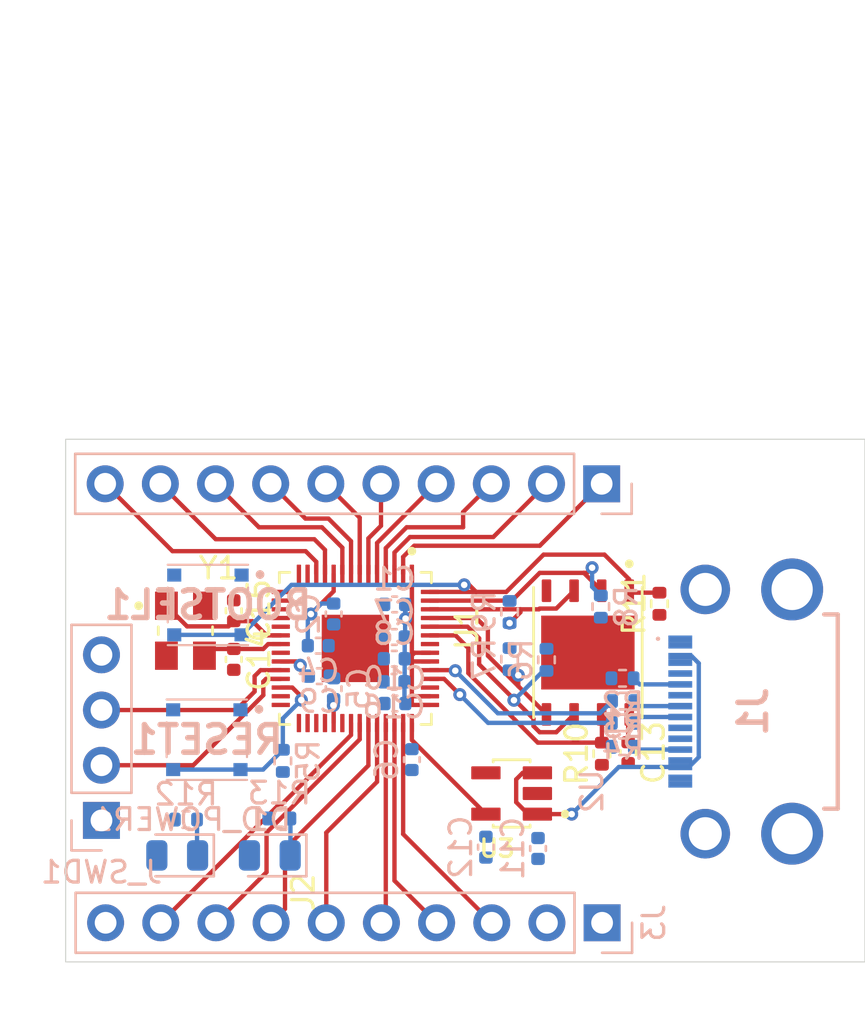
<source format=kicad_pcb>
(kicad_pcb (version 20241229) (generator "pcbnew") (generator_version "9.0")
  (layers (0 "F.Cu" signal) (4 "In1.Cu" signal) (6 "In2.Cu" signal) (2 "B.Cu" signal) (13 "F.Paste" user) (15 "B.Paste" user) (5 "F.SilkS" user "F.Silkscreen") (7 "B.SilkS" user "B.Silkscreen") (1 "F.Mask" user) (3 "B.Mask" user) (25 "Edge.Cuts" user))
  (net 0 "")
  (net 1 "/QSPI_SS_N")
  (net 2 "GND")
  (net 3 "+3.3V")
  (net 4 "/V_REG")
  (net 5 "VBUS")
  (net 6 "Net-(U1-XOUT)")
  (net 7 "Net-(U1-XIN)")
  (net 8 "Net-(D1-K)")
  (net 9 "Net-(D_POWER1-K)")
  (net 11 "Net-(J1-DP1)")
  (net 12 "Net-(J1-CC1)")
  (net 15 "Net-(J1-CC2)")
  (net 16 "Net-(J1-DN1)")
  (net 18 "/GPIO9")
  (net 19 "/GPIO0")
  (net 20 "/GPIO5")
  (net 21 "/GPIO2")
  (net 22 "/GPIO4")
  (net 23 "/GPIO8")
  (net 24 "/GPIO7")
  (net 25 "/GPIO1")
  (net 26 "/GPIO6")
  (net 27 "/GPIO3")
  (net 28 "/ADC1")
  (net 29 "/ADC0")
  (net 30 "/GPIO23")
  (net 31 "/GPIO25")
  (net 32 "/ADC3")
  (net 33 "/GPIO24")
  (net 34 "/ADC2")
  (net 35 "Net-(U1-USB_DP)")
  (net 36 "Net-(U1-USB_DM)")
  (net 37 "Net-(U1-RUN)")
  (net 38 "/QSPI_SCLK")
  (net 39 "/QSPI_SD0")
  (net 40 "/QSPI_SD1")
  (net 41 "/QSPI_SD2")
  (net 42 "/QSPI_SD3")
  (net 43 "/GPIO15")
  (net 57 "/SWDIO")
  (net 58 "/SWCLK")
  (footprint "W25Q16JVZPIQ:SON127P500X600X80-9N" (layer "F.Cu") (at 174.245 58.665 -90)
    (property "Reference" "U2")
    (property "Value" "W25Q16JVZPIQ")
  )
  (footprint "ABM8_12_000MHZ_B2_T:XTAL_ABM8-12.000MHZ-B2-T" (layer "F.Cu") (at 155.715 57.66)
    (property "Reference" "Y1")
    (property "Value" "ABM8-12.000MHZ-B2-T")
  )
  (footprint "Resistor_SMD:R_0402_1005Metric" (layer "F.Cu") (at 174.89 63.32 90)
    (property "Reference" "R10")
    (property "Value" "10k")
  )
  (footprint "Capacitor_SMD:C_0402_1005Metric" (layer "F.Cu") (at 157.94 58.98 -90)
    (property "Reference" "C14")
    (property "Value" "27pF")
  )
  (footprint "Capacitor_SMD:C_0402_1005Metric" (layer "F.Cu") (at 157.94 56.74 -90)
    (property "Reference" "C15")
    (property "Value" "27pF")
  )
  (footprint "Capacitor_SMD:C_0402_1005Metric" (layer "F.Cu") (at 176.1 63.27 -90)
    (property "Reference" "C13")
    (property "Value" "100nF")
  )
  (footprint "SC0914_13_:QFN40P700X700X90-57N" (layer "F.Cu") (at 163.54 58.475 -90)
    (property "Reference" "U1")
    (property "Value" "SC0914_13_")
  )
  (footprint "Resistor_SMD:R_0402_1005Metric" (layer "F.Cu") (at 177.54 56.42 90)
    (property "Reference" "R11")
    (property "Value" "10k")
  )
  (footprint "AP2112K_3_3TRG1:SOT95P285X140-5N" (layer "F.Cu") (at 170.735 65.15 180)
    (property "Reference" "U3")
    (property "Value" "AP2112K-3.3TRG1")
  )
  (footprint "KiCad:SKRWAEE030" (layer "B.Cu") (at 156.7 62.675 180)
    (property "Reference" "RESET1")
    (property "Value" "SKRWAEE030" (hide yes))
  )
  (footprint "Capacitor_SMD:C_0402_1005Metric" (layer "B.Cu") (at 161.83 58.35)
    (property "Reference" "C4")
    (property "Value" "100nF")
  )
  (footprint "Capacitor_SMD:C_0402_1005Metric" (layer "B.Cu") (at 165.33 57.95 180)
    (property "Reference" "C7")
    (property "Value" "100nF")
  )
  (footprint "Capacitor_SMD:C_0402_1005Metric" (layer "B.Cu") (at 161.88 59.75)
    (property "Reference" "C9")
    (property "Value" "1uF")
  )
  (footprint "Capacitor_SMD:C_0402_1005Metric" (layer "B.Cu") (at 162.54 60.33 90)
    (property "Reference" "C5")
    (property "Value" "100nF")
  )
  (footprint "Resistor_SMD:R_0402_1005Metric" (layer "B.Cu") (at 174.84 56.55 90)
    (property "Reference" "R8")
    (property "Value" "10k")
  )
  (footprint "Resistor_SMD:R_0402_1005Metric" (layer "B.Cu") (at 155.74 66.35 180)
    (property "Reference" "R12")
    (property "Value" "68")
  )
  (footprint "Capacitor_SMD:C_0402_1005Metric" (layer "B.Cu") (at 165.35 56.45 180)
    (property "Reference" "C1")
    (property "Value" "100nF")
  )
  (footprint "Resistor_SMD:R_0402_1005Metric" (layer "B.Cu") (at 175.86 61.9)
    (property "Reference" "R4")
    (property "Value" "27")
  )
  (footprint "Resistor_SMD:R_0402_1005Metric" (layer "B.Cu") (at 170.64 58.97 -90)
    (property "Reference" "R7")
    (property "Value" "10k")
  )
  (footprint "Connector_PinHeader_2.54mm:PinHeader_1x10_P2.54mm_Vertical" (layer "B.Cu") (at 174.88 50.9 90)
    (property "Reference" "J2")
    (property "Value" "Conn_01x10")
  )
  (footprint "Capacitor_SMD:C_0402_1005Metric" (layer "B.Cu") (at 166.14 63.59 -90)
    (property "Reference" "C6")
    (property "Value" "100nF")
  )
  (footprint "KiCad:SKRWAEE030" (layer "B.Cu") (at 156.75 56.475 180)
    (property "Reference" "BOOTSEL1")
    (property "Value" "SKRWAEE030" (hide yes))
  )
  (footprint "Resistor_SMD:R_0402_1005Metric" (layer "B.Cu") (at 172.34 59 -90)
    (property "Reference" "R6")
    (property "Value" "10k")
  )
  (footprint "Resistor_SMD:R_0402_1005Metric" (layer "B.Cu") (at 160.04 66.3 180)
    (property "Reference" "R13")
    (property "Value" "68")
  )
  (footprint "Capacitor_SMD:C_0402_1005Metric" (layer "B.Cu") (at 162.54 56.89 -90)
    (property "Reference" "C2")
    (property "Value" "100nF")
  )
  (footprint "Resistor_SMD:R_0402_1005Metric" (layer "B.Cu") (at 175.87 60.9)
    (property "Reference" "R3")
    (property "Value" "27")
  )
  (footprint "Capacitor_SMD:C_0402_1005Metric" (layer "B.Cu") (at 169.55 67.62 -90)
    (property "Reference" "C12")
    (property "Value" "1uF")
  )
  (footprint "Resistor_SMD:R_0402_1005Metric" (layer "B.Cu") (at 170.64 56.8 -90)
    (property "Reference" "R9")
    (property "Value" "10k")
  )
  (footprint "Resistor_SMD:R_0402_1005Metric" (layer "B.Cu") (at 175.85 63 180)
    (property "Reference" "R1")
    (property "Value" "5.1k")
  )
  (footprint "LED_SMD:LED_0805_2012Metric" (layer "B.Cu") (at 155.3375 68 180)
    (property "Reference" "D_POWER1")
    (property "Value" "LED")
  )
  (footprint "Connector_PinHeader_2.54mm:PinHeader_1x04_P2.54mm_Vertical" (layer "B.Cu") (at 151.85 66.39)
    (property "Reference" "J_SWD1")
    (property "Value" "Conn_01x04")
  )
  (footprint "Capacitor_SMD:C_0402_1005Metric" (layer "B.Cu") (at 165.36 61.01 180)
    (property "Reference" "C10")
    (property "Value" "100nF")
  )
  (footprint "Capacitor_SMD:C_0402_1005Metric" (layer "B.Cu") (at 165.32 60.01)
    (property "Reference" "C16")
    (property "Value" "1uF")
  )
  (footprint "Resistor_SMD:R_0402_1005Metric" (layer "B.Cu") (at 160.2 63.65 90)
    (property "Reference" "R5")
    (property "Value" "10k")
  )
  (footprint "Capacitor_SMD:C_0402_1005Metric" (layer "B.Cu") (at 171.95 67.68 -90)
    (property "Reference" "C11")
    (property "Value" "1uF")
  )
  (footprint "Connector_PinHeader_2.54mm:PinHeader_1x10_P2.54mm_Vertical" (layer "B.Cu") (at 174.9 71.1 90)
    (property "Reference" "J3")
    (property "Value" "Conn_01x10")
  )
  (footprint "KiCad_USB:USB4520030A" (layer "B.Cu") (at 182.125 61.38 -90)
    (property "Reference" "J1")
    (property "Value" "USB4520-03-0-A" (hide yes))
  )
  (footprint "Resistor_SMD:R_0402_1005Metric" (layer "B.Cu") (at 175.84 59.85)
    (property "Reference" "R2")
    (property "Value" "5.1k")
  )
  (footprint "Capacitor_SMD:C_0402_1005Metric" (layer "B.Cu") (at 165.33 58.95 180)
    (property "Reference" "C8")
    (property "Value" "100nF")
  )
  (footprint "LED_SMD:LED_0805_2012Metric" (layer "B.Cu") (at 159.6 68 180)
    (property "Reference" "D1")
    (property "Value" "LED")
  )
  (gr_rect (start 150.2 48.85) (end 187 72.9) (stroke (width 0.05)) (fill no) (layer "Edge.Cuts"))
  (segment (start 170.489 55.875) (end 169.1 55.875) (width 0.2) (layer "F.Cu") (net 1))
  (segment (start 176.15 55.82) (end 176.15 55.300001) (width 0.2) (layer "F.Cu") (net 1))
  (segment (start 177.54 55.91) (end 176.24 55.91) (width 0.2) (layer "F.Cu") (net 1))
  (segment (start 172.205 54.159) (end 170.489 55.875) (width 0.2) (layer "F.Cu") (net 1))
  (segment (start 175.008999 54.159) (end 172.205 54.159) (width 0.2) (layer "F.Cu") (net 1))
  (segment (start 176.24 55.91) (end 176.15 55.82) (width 0.2) (layer "F.Cu") (net 1))
  (segment (start 168.55 55.55) (end 168.775 55.55) (width 0.2) (layer "F.Cu") (net 1))
  (segment (start 168.775 55.55) (end 169.1 55.875) (width 0.2) (layer "F.Cu") (net 1))
  (segment (start 176.15 55.300001) (end 175.008999 54.159) (width 0.2) (layer "F.Cu") (net 1))
  (segment (start 169.1 55.875) (end 166.975 55.875) (width 0.2) (layer "F.Cu") (net 1))
  (via (at 168.55 55.55) (size 0.6) (drill 0.3) (layers "F.Cu" "B.Cu") (net 1))
  (segment (start 158.3 57.85) (end 160.6 55.55) (width 0.2) (layer "B.Cu") (net 1))
  (segment (start 155.2 57.85) (end 158.3 57.85) (width 0.2) (layer "B.Cu") (net 1))
  (segment (start 160.6 55.55) (end 168.55 55.55) (width 0.2) (layer "B.Cu") (net 1))
  (segment (start 166.975 60.675) (end 166.165 60.675) (width 0.2) (layer "F.Cu") (net 3))
  (segment (start 166.165 59.075) (end 166.14 59.1) (width 0.2) (layer "F.Cu") (net 3))
  (segment (start 166.14 60.7) (end 166.14 59.1) (width 0.2) (layer "F.Cu") (net 3))
  (segment (start 166.975 59.075) (end 166.165 59.075) (width 0.2) (layer "F.Cu") (net 3))
  (segment (start 166.14 59.1) (end 166.14 58.8) (width 0.2) (layer "F.Cu") (net 3))
  (segment (start 166.14 56.81) (end 165.85 57.1) (width 0.2) (layer "F.Cu") (net 3))
  (segment (start 176.1 61.56) (end 176.15 61.51) (width 0.2) (layer "F.Cu") (net 3))
  (segment (start 166.14 61.05) (end 166.14 60.7) (width 0.2) (layer "F.Cu") (net 3))
  (segment (start 166.14 62.69) (end 169.55 66.1) (width 0.2) (layer "F.Cu") (net 3))
  (segment (start 166.265 58.675) (end 166.14 58.8) (width 0.2) (layer "F.Cu") (net 3))
  (segment (start 166.975 58.675) (end 166.265 58.675) (width 0.2) (layer "F.Cu") (net 3))
  (segment (start 162.54 61.10552) (end 162.527026 61.092546) (width 0.2) (layer "F.Cu") (net 3))
  (segment (start 166.165 60.675) (end 166.14 60.7) (width 0.2) (layer "F.Cu") (net 3))
  (segment (start 166.14 61.91) (end 166.14 62.69) (width 0.2) (layer "F.Cu") (net 3))
  (segment (start 166.14 58.8) (end 166.14 55.04) (width 0.2) (layer "F.Cu") (net 3))
  (segment (start 166.14 55.04) (end 166.14 56.81) (width 0.2) (layer "F.Cu") (net 3))
  (segment (start 162.54 55.04) (end 162.54 55.844037) (width 0.2) (layer "F.Cu") (net 3))
  (segment (start 162.54 61.91) (end 162.54 61.10552) (width 0.2) (layer "F.Cu") (net 3))
  (segment (start 166.975 61.075) (end 166.165 61.075) (width 0.2) (layer "F.Cu") (net 3))
  (segment (start 162.54 55.844037) (end 161.491023 56.893014) (width 0.2) (layer "F.Cu") (net 3))
  (segment (start 166.165 61.075) (end 166.14 61.05) (width 0.2) (layer "F.Cu") (net 3))
  (segment (start 176.1 62.79) (end 176.1 61.56) (width 0.2) (layer "F.Cu") (net 3))
  (via (at 162.527026 61.092546) (size 0.6) (drill 0.3) (layers "F.Cu" "B.Cu") (net 3))
  (via (at 161.491023 56.893014) (size 0.6) (drill 0.3) (layers "F.Cu" "B.Cu") (net 3))
  (via (at 165.85 57.1) (size 0.6) (drill 0.3) (layers "F.Cu" "B.Cu") (net 3))
  (segment (start 165.8 60.97) (end 165.84 61.01) (width 0.2) (layer "B.Cu") (net 3))
  (segment (start 165.8 60.01) (end 165.8 60.97) (width 0.2) (layer "B.Cu") (net 3))
  (segment (start 161.35 58.35) (end 161.35 57.034037) (width 0.2) (layer "B.Cu") (net 3))
  (segment (start 165.85 57.1) (end 165.85 56.47) (width 0.2) (layer "B.Cu") (net 3))
  (segment (start 161.35 57.034037) (end 161.491023 56.893014) (width 0.2) (layer "B.Cu") (net 3))
  (segment (start 165.81 60) (end 165.8 60.01) (width 0.2) (layer "B.Cu") (net 3))
  (segment (start 165.83 57.93) (end 165.81 57.95) (width 0.2) (layer "B.Cu") (net 3))
  (segment (start 162.527026 60.822974) (end 162.54 60.81) (width 0.2) (layer "B.Cu") (net 3))
  (segment (start 165.83 56.45) (end 165.83 57.93) (width 0.2) (layer "B.Cu") (net 3))
  (segment (start 162.527026 61.092546) (end 162.527026 60.822974) (width 0.2) (layer "B.Cu") (net 3))
  (segment (start 165.81 57.95) (end 165.81 58.95) (width 0.2) (layer "B.Cu") (net 3))
  (segment (start 165.85 56.47) (end 165.83 56.45) (width 0.2) (layer "B.Cu") (net 3))
  (segment (start 165.81 58.95) (end 165.81 60) (width 0.2) (layer "B.Cu") (net 3))
  (segment (start 162.54 56.41) (end 161.974037 56.41) (width 0.2) (layer "B.Cu") (net 3))
  (segment (start 161.974037 56.41) (end 161.491023 56.893014) (width 0.2) (layer "B.Cu") (net 3))
  (segment (start 160.829141 59.075) (end 161.003204 59.249063) (width 0.2) (layer "F.Cu") (net 4))
  (segment (start 160.105 59.075) (end 160.829141 59.075) (width 0.2) (layer "F.Cu") (net 4))
  (via (at 161.003204 59.249063) (size 0.6) (drill 0.3) (layers "F.Cu" "B.Cu") (net 4))
  (segment (start 161.003204 59.353204) (end 161.4 59.75) (width 0.2) (layer "B.Cu") (net 4))
  (segment (start 161.003204 59.249063) (end 161.003204 59.353204) (width 0.2) (layer "B.Cu") (net 4))
  (segment (start 170.944 65.549566) (end 170.944 64.501001) (width 0.2) (layer "F.Cu") (net 5))
  (segment (start 171.494434 66.1) (end 170.944 65.549566) (width 0.2) (layer "F.Cu") (net 5))
  (segment (start 171.92 66.1) (end 173.5 66.1) (width 0.2) (layer "F.Cu") (net 5))
  (segment (start 171.92 66.1) (end 171.494434 66.1) (width 0.2) (layer "F.Cu") (net 5))
  (segment (start 171.245001 64.2) (end 171.92 64.2) (width 0.2) (layer "F.Cu") (net 5))
  (segment (start 170.944 64.501001) (end 171.245001 64.2) (width 0.2) (layer "F.Cu") (net 5))
  (via (at 173.5 66.1) (size 0.6) (drill 0.3) (layers "F.Cu" "B.Cu") (net 5))
  (segment (start 175.67 63.93) (end 173.5 66.1) (width 0.2) (layer "B.Cu") (net 5))
  (segment (start 178.9 63.93) (end 179.351 63.479) (width 0.2) (layer "B.Cu") (net 5))
  (segment (start 178.5 63.93) (end 178.9 63.93) (width 0.2) (layer "B.Cu") (net 5))
  (segment (start 178.5 63.93) (end 175.67 63.93) (width 0.2) (layer "B.Cu") (net 5))
  (segment (start 179.022 58.83) (end 178.5 58.83) (width 0.2) (layer "B.Cu") (net 5))
  (segment (start 179.351 59.159) (end 179.022 58.83) (width 0.2) (layer "B.Cu") (net 5))
  (segment (start 179.351 63.479) (end 179.351 59.159) (width 0.2) (layer "B.Cu") (net 5))
  (segment (start 156.9 58.5) (end 156.59 58.81) (width 0.2) (layer "F.Cu") (net 6))
  (segment (start 160.105 58.275) (end 159.525 58.275) (width 0.2) (layer "F.Cu") (net 6))
  (segment (start 159.525 58.275) (end 159.3 58.5) (width 0.2) (layer "F.Cu") (net 6))
  (segment (start 157.94 58.5) (end 156.9 58.5) (width 0.2) (layer "F.Cu") (net 6))
  (segment (start 159.3 58.5) (end 157.94 58.5) (width 0.2) (layer "F.Cu") (net 6))
  (segment (start 157.699 57.461) (end 157.94 57.22) (width 0.2) (layer "F.Cu") (net 7))
  (segment (start 159.455 57.875) (end 158.8 57.22) (width 0.2) (layer "F.Cu") (net 7))
  (segment (start 154.84 56.51) (end 155.791 57.461) (width 0.2) (layer "F.Cu") (net 7))
  (segment (start 158.8 57.22) (end 157.94 57.22) (width 0.2) (layer "F.Cu") (net 7))
  (segment (start 155.791 57.461) (end 157.699 57.461) (width 0.2) (layer "F.Cu") (net 7))
  (segment (start 160.105 57.875) (end 159.455 57.875) (width 0.2) (layer "F.Cu") (net 7))
  (segment (start 160.55 66.3) (end 160.55 67.9875) (width 0.2) (layer "B.Cu") (net 8))
  (segment (start 160.55 67.9875) (end 160.5375 68) (width 0.2) (layer "B.Cu") (net 8))
  (segment (start 156.25 67.975) (end 156.275 68) (width 0.2) (layer "B.Cu") (net 9))
  (segment (start 156.25 66.35) (end 156.25 67.975) (width 0.2) (layer "B.Cu") (net 9))
  (segment (start 176.38 60.9) (end 176.61 61.13) (width 0.2) (layer "B.Cu") (net 11))
  (segment (start 176.61 61.13) (end 178.5 61.13) (width 0.2) (layer "B.Cu") (net 11))
  (segment (start 176.35 59.85) (end 176.63 60.13) (width 0.2) (layer "B.Cu") (net 12))
  (segment (start 176.63 60.13) (end 178.5 60.13) (width 0.2) (layer "B.Cu") (net 12))
  (segment (start 178.5 63.13) (end 176.49 63.13) (width 0.2) (layer "B.Cu") (net 15))
  (segment (start 176.49 63.13) (end 176.36 63) (width 0.2) (layer "B.Cu") (net 15))
  (segment (start 176.64 61.63) (end 178.5 61.63) (width 0.2) (layer "B.Cu") (net 16))
  (segment (start 176.37 61.9) (end 176.64 61.63) (width 0.2) (layer "B.Cu") (net 16))
  (segment (start 155.12 54) (end 152.02 50.9) (width 0.2) (layer "F.Cu") (net 18))
  (segment (start 161.25 54) (end 155.12 54) (width 0.2) (layer "F.Cu") (net 18))
  (segment (start 161.74 54.49) (end 161.25 54) (width 0.2) (layer "F.Cu") (net 18))
  (segment (start 161.74 55.04) (end 161.74 54.49) (width 0.2) (layer "F.Cu") (net 18))
  (segment (start 172.03 53.75) (end 174.88 50.9) (width 0.2) (layer "F.Cu") (net 19))
  (segment (start 165.74 55.04) (end 165.74 54.26) (width 0.2) (layer "F.Cu") (net 19))
  (segment (start 166.25 53.75) (end 172.03 53.75) (width 0.2) (layer "F.Cu") (net 19))
  (segment (start 165.74 54.26) (end 166.25 53.75) (width 0.2) (layer "F.Cu") (net 19))
  (segment (start 163.74 55.04) (end 163.74 52.46) (width 0.2) (layer "F.Cu") (net 20))
  (segment (start 163.74 52.46) (end 162.18 50.9) (width 0.2) (layer "F.Cu") (net 20))
  (segment (start 165.9 52.9) (end 168.5 52.9) (width 0.2) (layer "F.Cu") (net 21))
  (segment (start 164.94 53.86) (end 165.9 52.9) (width 0.2) (layer "F.Cu") (net 21))
  (segment (start 168.5 52.9) (end 168.5 52.2) (width 0.2) (layer "F.Cu") (net 21))
  (segment (start 164.94 55.04) (end 164.94 53.86) (width 0.2) (layer "F.Cu") (net 21))
  (segment (start 168.5 52.2) (end 169.8 50.9) (width 0.2) (layer "F.Cu") (net 21))
  (segment (start 164.14 53.41) (end 164.72 52.83) (width 0.2) (layer "F.Cu") (net 22))
  (segment (start 164.14 55.04) (end 164.14 53.41) (width 0.2) (layer "F.Cu") (net 22))
  (segment (start 164.72 52.83) (end 164.72 50.9) (width 0.2) (layer "F.Cu") (net 22))
  (segment (start 157.11 53.45) (end 154.56 50.9) (width 0.2) (layer "F.Cu") (net 23))
  (segment (start 162.14 55.04) (end 162.14 53.94) (width 0.2) (layer "F.Cu") (net 23))
  (segment (start 162.14 53.94) (end 161.65 53.45) (width 0.2) (layer "F.Cu") (net 23))
  (segment (start 161.65 53.45) (end 157.11 53.45) (width 0.2) (layer "F.Cu") (net 23))
  (segment (start 162.94 55.04) (end 162.94 53.84) (width 0.2) (layer "F.Cu") (net 24))
  (segment (start 162.94 53.84) (end 162.001 52.901) (width 0.2) (layer "F.Cu") (net 24))
  (segment (start 159.101 52.901) (end 157.1 50.9) (width 0.2) (layer "F.Cu") (net 24))
  (segment (start 162.001 52.901) (end 159.101 52.901) (width 0.2) (layer "F.Cu") (net 24))
  (segment (start 166.05 53.35) (end 169.89 53.35) (width 0.2) (layer "F.Cu") (net 25))
  (segment (start 165.34 54.06) (end 166.05 53.35) (width 0.2) (layer "F.Cu") (net 25))
  (segment (start 169.89 53.35) (end 172.34 50.9) (width 0.2) (layer "F.Cu") (net 25))
  (segment (start 165.34 55.04) (end 165.34 54.06) (width 0.2) (layer "F.Cu") (net 25))
  (segment (start 163.34 53.54) (end 162.3 52.5) (width 0.2) (layer "F.Cu") (net 26))
  (segment (start 162.3 52.5) (end 161.24 52.5) (width 0.2) (layer "F.Cu") (net 26))
  (segment (start 161.24 52.5) (end 159.64 50.9) (width 0.2) (layer "F.Cu") (net 26))
  (segment (start 163.34 55.04) (end 163.34 53.54) (width 0.2) (layer "F.Cu") (net 26))
  (segment (start 164.54 55.04) (end 164.54 53.62) (width 0.2) (layer "F.Cu") (net 27))
  (segment (start 164.54 53.62) (end 167.26 50.9) (width 0.2) (layer "F.Cu") (net 27))
  (segment (start 164.94 70.9) (end 164.74 71.1) (width 0.2) (layer "F.Cu") (net 28))
  (segment (start 164.94 61.91) (end 164.94 70.9) (width 0.2) (layer "F.Cu") (net 28))
  (segment (start 162.2 66.95) (end 162.2 71.1) (width 0.2) (layer "F.Cu") (net 29))
  (segment (start 164.54 61.91) (end 164.54 64.61) (width 0.2) (layer "F.Cu") (net 29))
  (segment (start 164.54 64.61) (end 162.2 66.95) (width 0.2) (layer "F.Cu") (net 29))
  (segment (start 163.34 61.91) (end 163.34 62.46) (width 0.2) (layer "F.Cu") (net 30))
  (segment (start 159.93 65.75) (end 154.58 71.1) (width 0.2) (layer "F.Cu") (net 30))
  (segment (start 160.05 65.75) (end 159.93 65.75) (width 0.2) (layer "F.Cu") (net 30))
  (segment (start 163.34 62.46) (end 160.05 65.75) (width 0.2) (layer "F.Cu") (net 30))
  (segment (start 160.3 70.46) (end 159.66 71.1) (width 0.2) (layer "F.Cu") (net 31))
  (segment (start 164.14 61.91) (end 164.14 63.86) (width 0.2) (layer "F.Cu") (net 31))
  (segment (start 164.14 63.86) (end 160.3 67.7) (width 0.2) (layer "F.Cu") (net 31))
  (segment (start 160.3 67.7) (end 160.3 70.46) (width 0.2) (layer "F.Cu") (net 31))
  (segment (start 165.74 61.91) (end 165.74 67.02) (width 0.2) (layer "F.Cu") (net 32))
  (segment (start 165.74 67.02) (end 169.82 71.1) (width 0.2) (layer "F.Cu") (net 32))
  (segment (start 163.74 62.66) (end 159.45 66.95) (width 0.2) (layer "F.Cu") (net 33))
  (segment (start 159.45 66.95) (end 159.45 68.77) (width 0.2) (layer "F.Cu") (net 33))
  (segment (start 163.74 61.91) (end 163.74 62.66) (width 0.2) (layer "F.Cu") (net 33))
  (segment (start 159.45 68.77) (end 157.12 71.1) (width 0.2) (layer "F.Cu") (net 33))
  (segment (start 165.34 69.16) (end 167.28 71.1) (width 0.2) (layer "F.Cu") (net 34))
  (segment (start 165.34 61.91) (end 165.34 69.16) (width 0.2) (layer "F.Cu") (net 34))
  (segment (start 168.115 59.475) (end 168.14 59.5) (width 0.2) (layer "F.Cu") (net 35))
  (segment (start 166.975 59.475) (end 168.115 59.475) (width 0.2) (layer "F.Cu") (net 35))
  (via (at 168.14 59.5) (size 0.6) (drill 0.3) (layers "F.Cu" "B.Cu") (net 35))
  (segment (start 175.36 60.9) (end 174.799735 61.460265) (width 0.2) (layer "B.Cu") (net 35))
  (segment (start 174.799735 61.460265) (end 170.100265 61.460265) (width 0.2) (layer "B.Cu") (net 35))
  (segment (start 170.100265 61.460265) (end 168.14 59.5) (width 0.2) (layer "B.Cu") (net 35))
  (segment (start 166.975 59.875) (end 167.625 59.875) (width 0.2) (layer "F.Cu") (net 36))
  (segment (start 167.625 59.875) (end 167.9 60.15) (width 0.2) (layer "F.Cu") (net 36))
  (segment (start 167.9 60.15) (end 168.35 60.6) (width 0.2) (layer "F.Cu") (net 36))
  (via (at 168.35 60.6) (size 0.6) (drill 0.3) (layers "F.Cu" "B.Cu") (net 36))
  (segment (start 169.65 61.9) (end 175.35 61.9) (width 0.2) (layer "B.Cu") (net 36))
  (segment (start 168.35 60.6) (end 169.65 61.9) (width 0.2) (layer "B.Cu") (net 36))
  (segment (start 161.05 60.85) (end 161.05 60.688272) (width 0.2) (layer "F.Cu") (net 37))
  (segment (start 160.636728 60.275) (end 160.105 60.275) (width 0.2) (layer "F.Cu") (net 37))
  (segment (start 161.05 60.688272) (end 160.636728 60.275) (width 0.2) (layer "F.Cu") (net 37))
  (via (at 161.05 60.85) (size 0.6) (drill 0.3) (layers "F.Cu" "B.Cu") (net 37))
  (segment (start 159.29 64.05) (end 160.2 63.14) (width 0.2) (layer "B.Cu") (net 37))
  (segment (start 158.25 64.05) (end 155.15 64.05) (width 0.2) (layer "B.Cu") (net 37))
  (segment (start 158.25 64.05) (end 159.29 64.05) (width 0.2) (layer "B.Cu") (net 37))
  (segment (start 160.2 63.14) (end 160.2 61.7) (width 0.2) (layer "B.Cu") (net 37))
  (segment (start 160.2 61.7) (end 161.05 60.85) (width 0.2) (layer "B.Cu") (net 37))
  (segment (start 172.026016 62.331) (end 172.789 62.331) (width 0.2) (layer "F.Cu") (net 38))
  (segment (start 172.789 62.331) (end 173.61 61.51) (width 0.2) (layer "F.Cu") (net 38))
  (segment (start 171.74 61.71) (end 171.74 62.044984) (width 0.2) (layer "F.Cu") (net 38))
  (segment (start 169.239 58.009) (end 169.239 59.209) (width 0.2) (layer "F.Cu") (net 38))
  (segment (start 171.74 62.044984) (end 172.026016 62.331) (width 0.2) (layer "F.Cu") (net 38))
  (segment (start 168.705 57.475) (end 169.239 58.009) (width 0.2) (layer "F.Cu") (net 38))
  (segment (start 169.239 59.209) (end 171.74 61.71) (width 0.2) (layer "F.Cu") (net 38))
  (segment (start 166.975 57.475) (end 168.705 57.475) (width 0.2) (layer "F.Cu") (net 38))
  (via (at 170.840735 60.859265) (size 0.6) (drill 0.3) (layers "F.Cu" "B.Cu") (net 38))
  (segment (start 172.19 59.51) (end 170.840735 60.859265) (width 0.2) (layer "B.Cu") (net 38))
  (segment (start 172.34 59.51) (end 172.19 59.51) (width 0.2) (layer "B.Cu") (net 38))
  (segment (start 169.105 57.075) (end 166.975 57.075) (width 0.2) (layer "F.Cu") (net 39))
  (segment (start 171.04 59.71) (end 171.04 60.21) (width 0.2) (layer "F.Cu") (net 39))
  (segment (start 171.04 60.21) (end 171.065 60.235) (width 0.2) (layer "F.Cu") (net 39))
  (segment (start 171.065 60.235) (end 169.64 58.81) (width 0.2) (layer "F.Cu") (net 39))
  (segment (start 169.64 58.81) (end 169.64 57.61) (width 0.2) (layer "F.Cu") (net 39))
  (segment (start 169.64 57.61) (end 169.105 57.075) (width 0.2) (layer "F.Cu") (net 39))
  (segment (start 172.34 61.51) (end 171.065 60.235) (width 0.2) (layer "F.Cu") (net 39))
  (via (at 171.04 59.71) (size 0.6) (drill 0.3) (layers "F.Cu" "B.Cu") (net 39))
  (segment (start 170.64 59.48) (end 170.81 59.48) (width 0.2) (layer "B.Cu") (net 39))
  (segment (start 170.81 59.48) (end 171.04 59.71) (width 0.2) (layer "B.Cu") (net 39))
  (segment (start 174.059 54.999) (end 174.88 55.82) (width 0.2) (layer "F.Cu") (net 40))
  (segment (start 166.975 56.275) (end 170.750016 56.275) (width 0.2) (layer "F.Cu") (net 40))
  (segment (start 174.201 54.999) (end 174.44 54.76) (width 0.2) (layer "F.Cu") (net 40))
  (segment (start 172.026016 54.999) (end 174.059 54.999) (width 0.2) (layer "F.Cu") (net 40))
  (segment (start 174.059 54.999) (end 174.201 54.999) (width 0.2) (layer "F.Cu") (net 40))
  (segment (start 170.750016 56.275) (end 172.026016 54.999) (width 0.2) (layer "F.Cu") (net 40))
  (via (at 174.44 54.76) (size 0.6) (drill 0.3) (layers "F.Cu" "B.Cu") (net 40))
  (segment (start 174.44 55.64) (end 174.84 56.04) (width 0.2) (layer "B.Cu") (net 40))
  (segment (start 174.44 54.76) (end 174.44 55.64) (width 0.2) (layer "B.Cu") (net 40))
  (segment (start 166.975 56.675) (end 171.14 56.675) (width 0.2) (layer "F.Cu") (net 41))
  (segment (start 172.789 56.641) (end 173.61 55.82) (width 0.2) (layer "F.Cu") (net 41))
  (segment (start 171.14 56.675) (end 171.14 56.81) (width 0.2) (layer "F.Cu") (net 41))
  (segment (start 171.992016 56.675) (end 172.026016 56.641) (width 0.2) (layer "F.Cu") (net 41))
  (segment (start 172.026016 56.641) (end 172.789 56.641) (width 0.2) (layer "F.Cu") (net 41))
  (segment (start 171.14 56.81) (end 170.64 57.31) (width 0.2) (layer "F.Cu") (net 41))
  (segment (start 171.14 56.675) (end 171.992016 56.675) (width 0.2) (layer "F.Cu") (net 41))
  (via (at 170.64 57.31) (size 0.6) (drill 0.3) (layers "F.Cu" "B.Cu") (net 41))
  (segment (start 174.89 62.81) (end 174.89 61.52) (width 0.2) (layer "F.Cu") (net 42))
  (segment (start 168.74 59.61) (end 171.94 62.81) (width 0.2) (layer "F.Cu") (net 42))
  (segment (start 171.94 62.81) (end 174.89 62.81) (width 0.2) (layer "F.Cu") (net 42))
  (segment (start 168.155 57.875) (end 168.74 58.46) (width 0.2) (layer "F.Cu") (net 42))
  (segment (start 166.975 57.875) (end 168.155 57.875) (width 0.2) (layer "F.Cu") (net 42))
  (segment (start 168.74 58.46) (end 168.74 59.61) (width 0.2) (layer "F.Cu") (net 42))
  (segment (start 174.89 61.52) (end 174.88 61.51) (width 0.2) (layer "F.Cu") (net 42))
  (segment (start 160.105 59.875) (end 159.425 59.875) (width 0.2) (layer "F.Cu") (net 57))
  (segment (start 159.301 60.62644) (end 156.07744 63.85) (width 0.2) (layer "F.Cu") (net 57))
  (segment (start 156.07744 63.85) (end 151.85 63.85) (width 0.2) (layer "F.Cu") (net 57))
  (segment (start 159.301 59.999) (end 159.301 60.62644) (width 0.2) (layer "F.Cu") (net 57))
  (segment (start 159.425 59.875) (end 159.301 59.999) (width 0.2) (layer "F.Cu") (net 57))
  (segment (start 158.9 59.75) (end 158.9 60.46034) (width 0.2) (layer "F.Cu") (net 58))
  (segment (start 159.175 59.475) (end 158.9 59.75) (width 0.2) (layer "F.Cu") (net 58))
  (segment (start 160.105 59.475) (end 159.175 59.475) (width 0.2) (layer "F.Cu") (net 58))
  (segment (start 158.05034 61.31) (end 151.85 61.31) (width 0.2) (layer "F.Cu") (net 58))
  (segment (start 158.9 60.46034) (end 158.05034 61.31) (width 0.2) (layer "F.Cu") (net 58))
)
</source>
